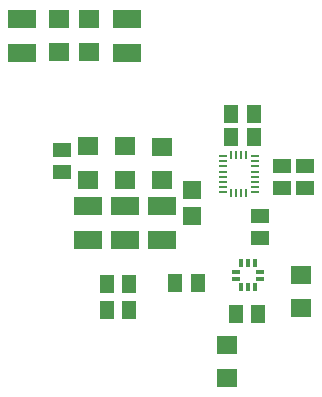
<source format=gtp>
G04 Layer_Color=8421504*
%FSLAX24Y24*%
%MOIN*%
G70*
G01*
G75*
%ADD10R,0.0945X0.0630*%
%ADD11R,0.0512X0.0591*%
%ADD12R,0.0591X0.0512*%
%ADD13R,0.0709X0.0630*%
%ADD14R,0.0295X0.0157*%
%ADD15R,0.0157X0.0291*%
%ADD16R,0.0157X0.0295*%
%ADD17R,0.0256X0.0109*%
%ADD18R,0.0109X0.0256*%
%ADD19R,0.0591X0.0591*%
D10*
X6693Y12623D02*
D03*
Y11501D02*
D03*
X3199Y12618D02*
D03*
Y11496D02*
D03*
X5413Y5266D02*
D03*
Y6388D02*
D03*
X7874Y5266D02*
D03*
Y6388D02*
D03*
X6644Y5266D02*
D03*
Y6388D02*
D03*
D11*
X10335Y2805D02*
D03*
X11083D02*
D03*
X10187Y9473D02*
D03*
X10935D02*
D03*
X10925Y8686D02*
D03*
X10177D02*
D03*
X6024Y3789D02*
D03*
X6772D02*
D03*
X6024Y2928D02*
D03*
X6772D02*
D03*
X8312Y3839D02*
D03*
X9060D02*
D03*
D12*
X11860Y7731D02*
D03*
Y6983D02*
D03*
X12648Y7731D02*
D03*
Y6983D02*
D03*
X11122Y6058D02*
D03*
Y5310D02*
D03*
X4552Y7525D02*
D03*
Y8273D02*
D03*
D13*
X5428Y12613D02*
D03*
Y11511D02*
D03*
X4454Y12613D02*
D03*
Y11511D02*
D03*
X12500Y4104D02*
D03*
Y3002D02*
D03*
X10039Y1757D02*
D03*
Y655D02*
D03*
X7874Y7264D02*
D03*
Y8366D02*
D03*
X5413Y7274D02*
D03*
Y8376D02*
D03*
X6644Y7274D02*
D03*
Y8376D02*
D03*
D14*
X11130Y4203D02*
D03*
X10327D02*
D03*
Y3966D02*
D03*
X11130D02*
D03*
D15*
X10492Y4490D02*
D03*
X10965D02*
D03*
X10492Y3679D02*
D03*
X10965D02*
D03*
D16*
X10728Y4486D02*
D03*
Y3683D02*
D03*
D17*
X9911Y7540D02*
D03*
Y7710D02*
D03*
Y7879D02*
D03*
Y8048D02*
D03*
Y7371D02*
D03*
Y7202D02*
D03*
Y7032D02*
D03*
Y6863D02*
D03*
X10955Y7540D02*
D03*
Y7710D02*
D03*
Y7879D02*
D03*
Y8048D02*
D03*
Y7371D02*
D03*
Y7202D02*
D03*
Y7032D02*
D03*
Y6863D02*
D03*
D18*
X10518Y8076D02*
D03*
X10687D02*
D03*
X10348D02*
D03*
X10179D02*
D03*
X10518Y6836D02*
D03*
X10687D02*
D03*
X10348D02*
D03*
X10179D02*
D03*
D19*
X8858Y6914D02*
D03*
Y6053D02*
D03*
M02*

</source>
